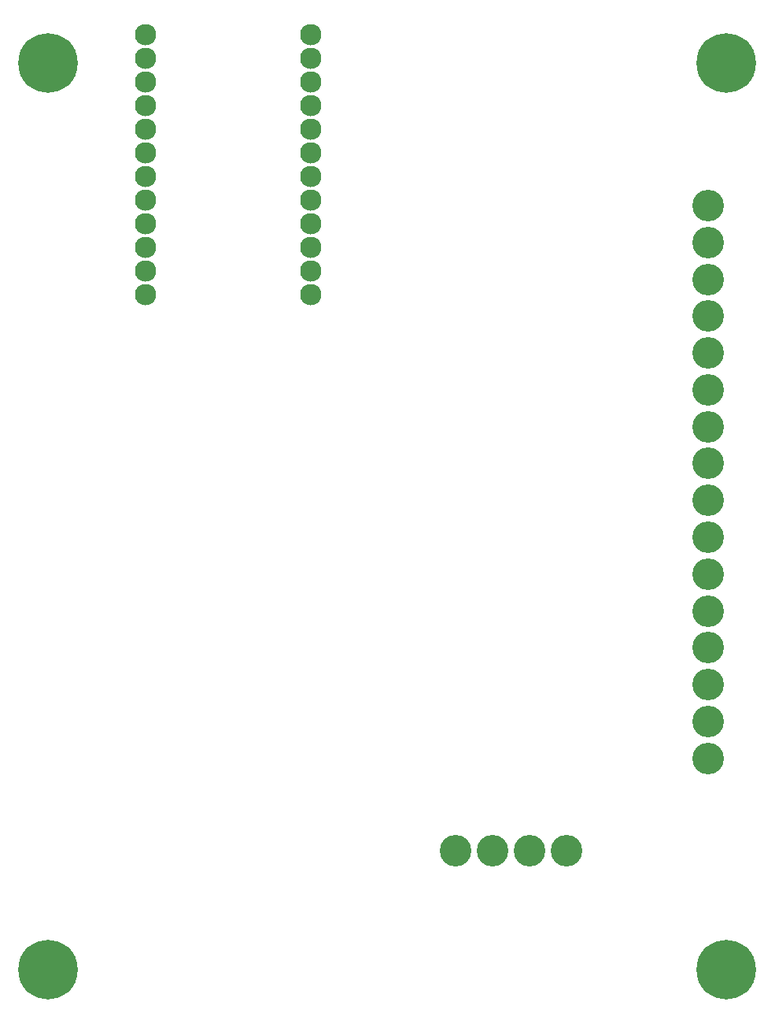
<source format=gbr>
G04 #@! TF.FileFunction,Soldermask,Bot*
%FSLAX46Y46*%
G04 Gerber Fmt 4.6, Leading zero omitted, Abs format (unit mm)*
G04 Created by KiCad (PCBNEW 4.0.5) date Tuesday, March 07, 2017 'PMt' 04:16:58 PM*
%MOMM*%
%LPD*%
G01*
G04 APERTURE LIST*
%ADD10C,0.100000*%
%ADD11C,6.400000*%
%ADD12C,3.400000*%
%ADD13C,2.300000*%
G04 APERTURE END LIST*
D10*
D11*
X180000000Y-153000000D03*
X180000000Y-55500000D03*
X253000000Y-55500000D03*
D12*
X251000000Y-70860000D03*
X251000000Y-74820000D03*
X251000000Y-78780000D03*
X251000000Y-82740000D03*
X251000000Y-86700000D03*
X251000000Y-90660000D03*
X251000000Y-94620000D03*
X251000000Y-98580000D03*
X251000000Y-102540000D03*
X251000000Y-106500000D03*
X251000000Y-110460000D03*
X251000000Y-114420000D03*
X251000000Y-118380000D03*
X251000000Y-122340000D03*
X251000000Y-126300000D03*
X251000000Y-130260000D03*
D13*
X208290000Y-80440000D03*
X208290000Y-77900000D03*
X208290000Y-75360000D03*
X208290000Y-72820000D03*
X208290000Y-70280000D03*
X208290000Y-67740000D03*
X208290000Y-65200000D03*
X208290000Y-62660000D03*
X208290000Y-60120000D03*
X208290000Y-57580000D03*
X208290000Y-55040000D03*
X208290000Y-52500000D03*
X190510000Y-80440000D03*
X190510000Y-77900000D03*
X190510000Y-75360000D03*
X190510000Y-72820000D03*
X190510000Y-70280000D03*
X190510000Y-67740000D03*
X190510000Y-65200000D03*
X190510000Y-62660000D03*
X190510000Y-60120000D03*
X190510000Y-57580000D03*
X190510000Y-55040000D03*
X190510000Y-52500000D03*
D12*
X223860000Y-140200000D03*
X227820000Y-140200000D03*
X231780000Y-140200000D03*
X235740000Y-140200000D03*
D11*
X253000000Y-153000000D03*
M02*

</source>
